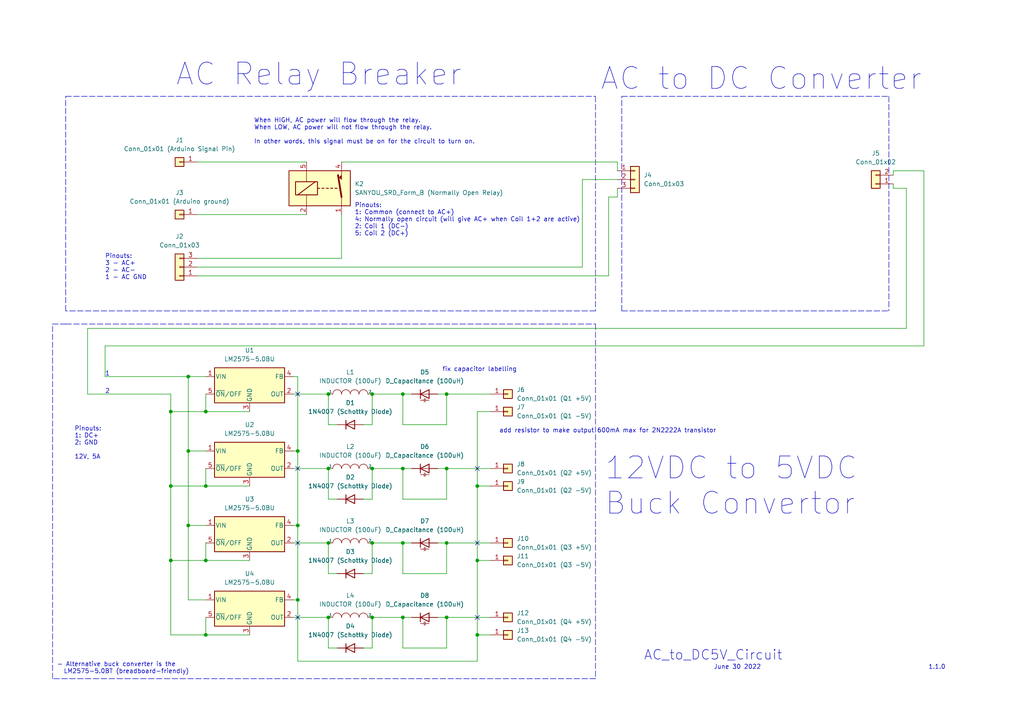
<source format=kicad_sch>
(kicad_sch (version 20211123) (generator eeschema)
  (paper "A4")
  (lib_symbols
    (symbol "Connector_Generic:Conn_01x01" (pin_names (offset 1.016) hide)
      (property "Reference" "J" (at 0 2.54 0))
      (property "Value" "Conn_01x01" (at 0 -2.54 0))
      (symbol "Conn_01x01_1_1"
        (rectangle (start -1.27 0.127) (end 0 -0.127) (stroke (width 0.1524)))
        (rectangle (start -1.27 1.27) (end 1.27 -1.27) (stroke (width 0.254)) (fill (type background)))
        (pin passive line (at -5.08 0 0) (length 3.81) (name "Pin_1") (number "1"))
      )
    )
    (symbol "Connector_Generic:Conn_01x02" (pin_names (offset 1.016) hide)
      (property "Reference" "J" (at 0 2.54 0))
      (property "Value" "Conn_01x02" (at 0 -5.08 0))
      (symbol "Conn_01x02_1_1"
        (rectangle (start -1.27 -2.413) (end 0 -2.667) (stroke (width 0.1524)))
        (rectangle (start -1.27 0.127) (end 0 -0.127) (stroke (width 0.1524)))
        (rectangle (start -1.27 1.27) (end 1.27 -3.81) (stroke (width 0.254)) (fill (type background)))
        (pin passive line (at -5.08 0 0) (length 3.81) (name "Pin_1") (number "1"))
        (pin passive line (at -5.08 -2.54 0) (length 3.81) (name "Pin_2") (number "2"))
      )
    )
    (symbol "Connector_Generic:Conn_01x03" (pin_names (offset 1.016) hide)
      (property "Reference" "J" (at 0 5.08 0))
      (property "Value" "Conn_01x03" (at 0 -5.08 0))
      (symbol "Conn_01x03_1_1"
        (rectangle (start -1.27 -2.413) (end 0 -2.667) (stroke (width 0.1524)))
        (rectangle (start -1.27 0.127) (end 0 -0.127) (stroke (width 0.1524)))
        (rectangle (start -1.27 2.667) (end 0 2.413) (stroke (width 0.1524)))
        (rectangle (start -1.27 3.81) (end 1.27 -3.81) (stroke (width 0.254)) (fill (type background)))
        (pin passive line (at -5.08 2.54 0) (length 3.81) (name "Pin_1") (number "1"))
        (pin passive line (at -5.08 0 0) (length 3.81) (name "Pin_2") (number "2"))
        (pin passive line (at -5.08 -2.54 0) (length 3.81) (name "Pin_3") (number "3"))
      )
    )
    (symbol "Device:D_Capacitance" (pin_numbers hide) (pin_names (offset 1.016) hide)
      (property "Reference" "D" (at 0 2.54 0))
      (property "Value" "D_Capacitance" (at 0 -3.302 0))
      (symbol "D_Capacitance_0_1"
        (polyline (pts (xy -1.27 -1.778) (xy -0.1524 -1.778)))
        (polyline (pts (xy -1.27 0) (xy 1.27 0)))
        (polyline (pts (xy -1.27 1.27) (xy -1.27 -1.27)) (stroke (width 0.254)))
        (polyline (pts (xy -0.1524 -1.27) (xy -0.1524 -2.286)))
        (polyline (pts (xy 0.1524 -1.778) (xy 1.27 -1.778)))
        (polyline (pts (xy 0.1524 -1.27) (xy 0.1524 -2.286)))
        (polyline (pts (xy 1.27 1.27) (xy 1.27 -1.27) (xy -1.27 0) (xy 1.27 1.27)) (stroke (width 0.254)))
      )
      (symbol "D_Capacitance_1_1"
        (pin passive line (at -3.81 0 0) (length 2.54) (name "K") (number "1"))
        (pin passive line (at 3.81 0 180) (length 2.54) (name "A") (number "2"))
      )
    )
    (symbol "Diode:1N4007" (pin_numbers hide) (pin_names (offset 1.016) hide)
      (property "Reference" "D" (at 0 2.54 0))
      (property "Value" "1N4007" (at 0 -2.54 0))
      (symbol "1N4007_0_1"
        (polyline (pts (xy -1.27 1.27) (xy -1.27 -1.27)) (stroke (width 0.254)))
        (polyline (pts (xy 1.27 0) (xy -1.27 0)))
        (polyline (pts (xy 1.27 1.27) (xy 1.27 -1.27) (xy -1.27 0) (xy 1.27 1.27)) (stroke (width 0.254)))
      )
      (symbol "1N4007_1_1"
        (pin passive line (at -3.81 0 0) (length 2.54) (name "K") (number "1"))
        (pin passive line (at 3.81 0 180) (length 2.54) (name "A") (number "2"))
      )
    )
    (symbol "Regulator_Switching:LM2575-5.0BU" (pin_names (offset 0.254))
      (property "Reference" "U" (at -10.16 6.35 0))
      (property "Value" "LM2575-5.0BU" (at 0 6.35 0))
      (symbol "LM2575-5.0BU_0_1"
        (rectangle (start -10.16 5.08) (end 10.16 -5.08) (stroke (width 0.254)) (fill (type background)))
      )
      (symbol "LM2575-5.0BU_1_1"
        (pin power_in line (at -12.7 2.54 0) (length 2.54) (name "VIN") (number "1"))
        (pin output line (at 12.7 -2.54 180) (length 2.54) (name "OUT") (number "2"))
        (pin power_in line (at 0 -7.62 90) (length 2.54) (name "GND") (number "3"))
        (pin input line (at 12.7 2.54 180) (length 2.54) (name "FB") (number "4"))
        (pin input line (at -12.7 -2.54 0) (length 2.54) (name "~{ON}/OFF") (number "5"))
      )
    )
    (symbol "Relay:SANYOU_SRD_Form_B"
      (property "Reference" "K" (at 8.89 3.81 0))
      (property "Value" "SANYOU_SRD_Form_B" (at 8.89 1.27 0))
      (symbol "SANYOU_SRD_Form_B_0_1"
        (rectangle (start -10.16 5.08) (end 7.62 -5.08) (stroke (width 0.254)) (fill (type background)))
        (rectangle (start -8.255 1.905) (end -1.905 -1.905) (stroke (width 0.254)))
        (polyline (pts (xy -7.62 -1.905) (xy -2.54 1.905)) (stroke (width 0.254)))
        (polyline (pts (xy -5.08 -5.08) (xy -5.08 -1.905)))
        (polyline (pts (xy -5.08 5.08) (xy -5.08 1.905)))
        (polyline (pts (xy -1.905 0) (xy -1.27 0)) (stroke (width 0.254)))
        (polyline (pts (xy -0.635 0) (xy 0 0)) (stroke (width 0.254)))
        (polyline (pts (xy 0.635 0) (xy 1.27 0)) (stroke (width 0.254)))
        (polyline (pts (xy 1.905 0) (xy 2.54 0)) (stroke (width 0.254)))
        (polyline (pts (xy 3.175 0) (xy 3.81 0)) (stroke (width 0.254)))
        (polyline (pts (xy 5.08 -2.54) (xy 4.064 3.81)) (stroke (width 0.508)))
        (polyline (pts (xy 5.08 -2.54) (xy 5.08 -5.08)))
        (polyline (pts (xy 5.08 3.81) (xy 4.445 3.175) (xy 5.08 2.54) (xy 5.08 5.08)) (fill (type outline)))
      )
      (symbol "SANYOU_SRD_Form_B_1_1"
        (pin passive line (at 5.08 -7.62 90) (length 2.54) (name "~") (number "1"))
        (pin passive line (at -5.08 -7.62 90) (length 2.54) (name "~") (number "2"))
        (pin passive line (at 5.08 7.62 270) (length 2.54) (name "~") (number "4"))
        (pin passive line (at -5.08 7.62 270) (length 2.54) (name "~") (number "5"))
      )
    )
    (symbol "pspice:INDUCTOR" (pin_numbers hide) (pin_names (offset 0))
      (property "Reference" "L" (at 0 2.54 0))
      (property "Value" "INDUCTOR" (at 0 -1.27 0))
      (symbol "INDUCTOR_0_1"
        (arc (start -2.54 0) (mid -3.81 1.27) (end -5.08 0))
        (arc (start 0 0) (mid -1.27 1.27) (end -2.54 0))
        (arc (start 2.54 0) (mid 1.27 1.27) (end 0 0))
        (arc (start 5.08 0) (mid 3.81 1.27) (end 2.54 0))
      )
      (symbol "INDUCTOR_1_1"
        (pin input line (at -6.35 0 0) (length 1.27) (name "1") (number "1"))
        (pin input line (at 6.35 0 180) (length 1.27) (name "2") (number "2"))
      )
    )
  )
  (junction (at 116.84 179.07))
  (junction (at 86.36 173.99))
  (junction (at 49.53 119.38))
  (junction (at 54.61 130.81))
  (junction (at 129.54 179.07))
  (junction (at 129.54 157.48))
  (junction (at 59.69 119.38))
  (junction (at 86.36 152.4))
  (junction (at 86.36 130.81))
  (junction (at 107.95 114.3))
  (junction (at 129.54 114.3))
  (junction (at 107.95 157.48))
  (junction (at 116.84 157.48))
  (junction (at 59.69 140.97))
  (junction (at 54.61 152.4))
  (junction (at 95.25 179.07))
  (junction (at 49.53 162.56))
  (junction (at 138.43 184.15))
  (junction (at 95.25 114.3))
  (junction (at 54.61 109.22))
  (junction (at 116.84 135.89))
  (junction (at 59.69 162.56))
  (junction (at 107.95 135.89))
  (junction (at 95.25 135.89))
  (junction (at 49.53 140.97))
  (junction (at 59.69 184.15))
  (junction (at 107.95 179.07))
  (junction (at 116.84 114.3))
  (junction (at 138.43 162.56))
  (junction (at 129.54 135.89))
  (junction (at 95.25 157.48))
  (junction (at 138.43 140.97))
  (no_connect (at 138.43 179.07))
  (no_connect (at 138.43 135.89))
  (no_connect (at 138.43 157.48))
  (no_connect (at 86.36 157.48))
  (no_connect (at 86.36 179.07))
  (no_connect (at 86.36 114.3))
  (no_connect (at 86.36 135.89))
  (wire (pts (xy 116.84 123.19) (xy 129.54 123.19)))
  (wire (pts (xy 59.69 119.38) (xy 72.39 119.38)))
  (wire (pts (xy 86.36 109.22) (xy 86.36 130.81)))
  (wire (pts (xy 25.4 95.25) (xy 262.89 95.25)))
  (wire (pts (xy 54.61 152.4) (xy 54.61 173.99)))
  (wire (pts (xy 116.84 114.3) (xy 116.84 123.19)))
  (wire (pts (xy 105.41 123.19) (xy 107.95 123.19)))
  (wire (pts (xy 49.53 114.3) (xy 49.53 119.38)))
  (polyline (pts (xy 172.72 93.98) (xy 172.72 196.85)))
  (wire (pts (xy 129.54 179.07) (xy 142.24 179.07)))
  (wire (pts (xy 95.25 144.78) (xy 97.79 144.78)))
  (wire (pts (xy 30.48 109.22) (xy 54.61 109.22)))
  (polyline (pts (xy 180.34 90.17) (xy 180.34 27.94)))
  (wire (pts (xy 129.54 135.89) (xy 129.54 144.78)))
  (wire (pts (xy 138.43 140.97) (xy 138.43 162.56)))
  (wire (pts (xy 129.54 123.19) (xy 129.54 114.3)))
  (wire (pts (xy 85.09 130.81) (xy 86.36 130.81)))
  (wire (pts (xy 59.69 179.07) (xy 59.69 184.15)))
  (wire (pts (xy 99.06 46.99) (xy 179.07 46.99)))
  (wire (pts (xy 107.95 179.07) (xy 116.84 179.07)))
  (wire (pts (xy 59.69 135.89) (xy 59.69 140.97)))
  (wire (pts (xy 138.43 140.97) (xy 142.24 140.97)))
  (wire (pts (xy 49.53 140.97) (xy 59.69 140.97)))
  (wire (pts (xy 49.53 162.56) (xy 59.69 162.56)))
  (polyline (pts (xy 19.05 93.98) (xy 172.72 93.98)))
  (wire (pts (xy 259.08 49.53) (xy 267.97 49.53)))
  (wire (pts (xy 95.25 123.19) (xy 95.25 114.3)))
  (wire (pts (xy 267.97 49.53) (xy 267.97 100.33)))
  (wire (pts (xy 105.41 144.78) (xy 107.95 144.78)))
  (polyline (pts (xy 15.24 93.98) (xy 17.78 93.98)))
  (wire (pts (xy 129.54 179.07) (xy 129.54 187.96)))
  (wire (pts (xy 85.09 135.89) (xy 95.25 135.89)))
  (polyline (pts (xy 19.05 90.17) (xy 19.05 27.94)))
  (wire (pts (xy 85.09 173.99) (xy 86.36 173.99)))
  (wire (pts (xy 95.25 166.37) (xy 97.79 166.37)))
  (polyline (pts (xy 180.34 90.17) (xy 257.81 90.17)))
  (wire (pts (xy 107.95 157.48) (xy 116.84 157.48)))
  (polyline (pts (xy 15.24 196.85) (xy 15.24 93.98)))
  (wire (pts (xy 116.84 114.3) (xy 119.38 114.3)))
  (wire (pts (xy 179.07 54.61) (xy 179.07 57.15)))
  (wire (pts (xy 99.06 74.93) (xy 99.06 62.23)))
  (wire (pts (xy 54.61 109.22) (xy 59.69 109.22)))
  (wire (pts (xy 59.69 162.56) (xy 72.39 162.56)))
  (wire (pts (xy 168.91 77.47) (xy 168.91 52.07)))
  (wire (pts (xy 85.09 179.07) (xy 95.25 179.07)))
  (wire (pts (xy 116.84 179.07) (xy 119.38 179.07)))
  (wire (pts (xy 262.89 54.61) (xy 262.89 95.25)))
  (polyline (pts (xy 172.72 196.85) (xy 15.24 196.85)))
  (wire (pts (xy 129.54 144.78) (xy 116.84 144.78)))
  (wire (pts (xy 116.84 187.96) (xy 116.84 179.07)))
  (wire (pts (xy 25.4 95.25) (xy 25.4 114.3)))
  (wire (pts (xy 129.54 157.48) (xy 129.54 166.37)))
  (wire (pts (xy 85.09 152.4) (xy 86.36 152.4)))
  (wire (pts (xy 168.91 52.07) (xy 179.07 52.07)))
  (wire (pts (xy 179.07 46.99) (xy 179.07 49.53)))
  (wire (pts (xy 95.25 187.96) (xy 95.25 179.07)))
  (wire (pts (xy 129.54 114.3) (xy 142.24 114.3)))
  (wire (pts (xy 49.53 119.38) (xy 59.69 119.38)))
  (wire (pts (xy 49.53 184.15) (xy 59.69 184.15)))
  (wire (pts (xy 107.95 114.3) (xy 116.84 114.3)))
  (wire (pts (xy 54.61 173.99) (xy 59.69 173.99)))
  (wire (pts (xy 127 114.3) (xy 129.54 114.3)))
  (wire (pts (xy 54.61 130.81) (xy 59.69 130.81)))
  (wire (pts (xy 107.95 187.96) (xy 107.95 179.07)))
  (wire (pts (xy 57.15 80.01) (xy 176.53 80.01)))
  (wire (pts (xy 116.84 135.89) (xy 119.38 135.89)))
  (wire (pts (xy 54.61 109.22) (xy 54.61 130.81)))
  (wire (pts (xy 142.24 119.38) (xy 138.43 119.38)))
  (wire (pts (xy 57.15 46.99) (xy 88.9 46.99)))
  (wire (pts (xy 49.53 119.38) (xy 49.53 140.97)))
  (wire (pts (xy 107.95 135.89) (xy 116.84 135.89)))
  (polyline (pts (xy 180.34 27.94) (xy 257.81 27.94)))
  (polyline (pts (xy 17.78 93.98) (xy 19.05 93.98)))
  (wire (pts (xy 59.69 184.15) (xy 72.39 184.15)))
  (wire (pts (xy 97.79 187.96) (xy 95.25 187.96)))
  (wire (pts (xy 116.84 144.78) (xy 116.84 135.89)))
  (wire (pts (xy 127 179.07) (xy 129.54 179.07)))
  (wire (pts (xy 138.43 119.38) (xy 138.43 140.97)))
  (wire (pts (xy 54.61 130.81) (xy 54.61 152.4)))
  (wire (pts (xy 138.43 162.56) (xy 138.43 184.15)))
  (wire (pts (xy 97.79 123.19) (xy 95.25 123.19)))
  (wire (pts (xy 49.53 140.97) (xy 49.53 162.56)))
  (wire (pts (xy 176.53 57.15) (xy 176.53 80.01)))
  (wire (pts (xy 105.41 166.37) (xy 107.95 166.37)))
  (wire (pts (xy 30.48 100.33) (xy 30.48 109.22)))
  (wire (pts (xy 95.25 157.48) (xy 95.25 166.37)))
  (wire (pts (xy 59.69 157.48) (xy 59.69 162.56)))
  (wire (pts (xy 259.08 49.53) (xy 259.08 50.8)))
  (polyline (pts (xy 19.05 27.94) (xy 172.72 27.94)))
  (wire (pts (xy 127 135.89) (xy 129.54 135.89)))
  (wire (pts (xy 95.25 135.89) (xy 95.25 144.78)))
  (wire (pts (xy 129.54 157.48) (xy 142.24 157.48)))
  (wire (pts (xy 116.84 166.37) (xy 116.84 157.48)))
  (wire (pts (xy 57.15 77.47) (xy 168.91 77.47)))
  (wire (pts (xy 105.41 187.96) (xy 107.95 187.96)))
  (wire (pts (xy 49.53 162.56) (xy 49.53 184.15)))
  (wire (pts (xy 129.54 187.96) (xy 116.84 187.96)))
  (wire (pts (xy 138.43 184.15) (xy 138.43 191.77)))
  (wire (pts (xy 129.54 135.89) (xy 142.24 135.89)))
  (wire (pts (xy 57.15 74.93) (xy 99.06 74.93)))
  (wire (pts (xy 30.48 100.33) (xy 267.97 100.33)))
  (wire (pts (xy 54.61 152.4) (xy 59.69 152.4)))
  (wire (pts (xy 259.08 54.61) (xy 262.89 54.61)))
  (wire (pts (xy 176.53 57.15) (xy 179.07 57.15)))
  (wire (pts (xy 86.36 152.4) (xy 86.36 173.99)))
  (wire (pts (xy 259.08 53.34) (xy 259.08 54.61)))
  (polyline (pts (xy 172.72 27.94) (xy 172.72 90.17)))
  (polyline (pts (xy 257.81 27.94) (xy 257.81 90.17)))
  (wire (pts (xy 116.84 157.48) (xy 119.38 157.48)))
  (wire (pts (xy 85.09 114.3) (xy 95.25 114.3)))
  (wire (pts (xy 107.95 135.89) (xy 107.95 144.78)))
  (polyline (pts (xy 172.72 90.17) (xy 19.05 90.17)))
  (wire (pts (xy 86.36 173.99) (xy 86.36 191.77)))
  (wire (pts (xy 59.69 140.97) (xy 72.39 140.97)))
  (wire (pts (xy 59.69 114.3) (xy 59.69 119.38)))
  (wire (pts (xy 57.15 62.23) (xy 88.9 62.23)))
  (wire (pts (xy 85.09 109.22) (xy 86.36 109.22)))
  (wire (pts (xy 127 157.48) (xy 129.54 157.48)))
  (wire (pts (xy 138.43 184.15) (xy 142.24 184.15)))
  (wire (pts (xy 107.95 123.19) (xy 107.95 114.3)))
  (wire (pts (xy 86.36 191.77) (xy 138.43 191.77)))
  (wire (pts (xy 25.4 114.3) (xy 49.53 114.3)))
  (wire (pts (xy 129.54 166.37) (xy 116.84 166.37)))
  (wire (pts (xy 138.43 162.56) (xy 142.24 162.56)))
  (wire (pts (xy 86.36 130.81) (xy 86.36 152.4)))
  (wire (pts (xy 107.95 166.37) (xy 107.95 157.48)))
  (wire (pts (xy 85.09 157.48) (xy 95.25 157.48)))
  (text "add resistor to make output 600mA max for 2N2222A transistor" (at 144.78 125.73 0) (effects (font (size 1.27 1.27)) (justify left bottom)))
  (text "June 30 2022" (at 207.01 194.31 0) (effects (font (size 1.27 1.27)) (justify left bottom)))
  (text "AC_to_DC5V_Circuit" (at 186.69 191.77 0) (effects (font (size 2.8 2.8)) (justify left bottom)))
  (text "When HIGH, AC power will flow through the relay.\nWhen LOW, AC power will not flow through the relay.\n\nIn other words, this signal must be on for the circuit to turn on." (at 73.66 41.91 0) (effects (font (size 1.27 1.27)) (justify left bottom)))
  (text "1.1.0" (at 269.24 194.31 0) (effects (font (size 1.27 1.27)) (justify left bottom)))
  (text "Pinouts:\n1: Common (connect to AC+)\n4: Normally open circuit (will give AC+ when Coil 1+2 are active)\n2: Coil 1 (DC-)\n5: Coil 2 (DC+)\n" (at 102.87 68.58 0) (effects (font (size 1.27 1.27)) (justify left bottom)))
  (text "2" (at 30.48 114.3 0) (effects (font (size 1.27 1.27)) (justify left bottom)))
  (text "fix capacitor labelling" (at 128.27 107.95 0) (effects (font (size 1.27 1.27)) (justify left bottom)))
  (text "Pinouts:\n1: DC+\n2: GND\n\n12V, 5A" (at 21.59 133.35 0) (effects (font (size 1.27 1.27)) (justify left bottom)))
  (text "12VDC to 5VDC\nBuck Convertor" (at 175.26 149.86 0) (effects (font (size 6.35 6.35)) (justify left bottom)))
  (text "AC to DC Converter" (at 173.99 26.67 0) (effects (font (size 6.35 6.35)) (justify left bottom)))
  (text "1" (at 30.48 109.22 0) (effects (font (size 1.27 1.27)) (justify left bottom)))
  (text "AC Relay Breaker" (at 50.8 25.4 0) (effects (font (size 6.35 6.35)) (justify left bottom)))
  (text "- Alternative buck converter is the \n  LM2575-5.0BT (breadboard-friendly)" (at 16.51 195.58 0) (effects (font (size 1.27 1.27)) (justify left bottom)))
  (text "Pinouts:\n3 - AC+\n2 - AC-\n1 - AC GND" (at 30.48 81.28 0) (effects (font (size 1.27 1.27)) (justify left bottom)))
  (symbol (lib_id "Connector_Generic:Conn_01x01") (at 52.07 62.23 180) (unit 1)
    (property "Reference" "J3" (at 52.07 55.88 0))
    (property "Value" "Conn_01x01 (Arduino ground)" (at 52.07 58.42 0))
    (property "Footprint" "Connector_Wire:SolderWirePad_1x01_SMD_1x2mm" (effects hide))
  )
  (symbol (lib_id "Connector_Generic:Conn_01x01") (at 52.07 46.99 180) (unit 1)
    (property "Reference" "J1" (at 52.07 40.64 0))
    (property "Value" "Conn_01x01 (Arduino Signal Pin)" (at 52.07 43.18 0))
    (property "Footprint" "Connector_Wire:SolderWirePad_1x01_SMD_1x2mm" (effects hide))
  )
  (symbol (lib_id "Connector_Generic:Conn_01x01") (at 147.32 135.89 0) (unit 1)
    (property "Reference" "J8" (at 149.86 134.6199 0) (effects (justify left)))
    (property "Value" "Conn_01x01 (Q2 +5V)" (at 149.86 137.1599 0) (effects (justify left)))
    (property "Footprint" "Connector_Wire:SolderWirePad_1x01_SMD_1x2mm" (effects hide))
  )
  (symbol (lib_id "pspice:INDUCTOR") (at 101.6 179.07 0) (unit 1)
    (property "Reference" "L4" (at 101.6 172.72 0))
    (property "Value" "INDUCTOR (100uF)" (at 101.6 175.26 0))
    (property "Footprint" "Inductor_SMD:L_6.3x6.3_H3" (effects hide))
  )
  (symbol (lib_id "Device:D_Capacitance") (at 123.19 114.3 0) (unit 1)
    (property "Reference" "D5" (at 123.19 107.95 0))
    (property "Value" "D_Capacitance (100uH)" (at 123.19 110.49 0))
    (property "Footprint" "Capacitor_SMD:CP_Elec_3x5.3" (effects hide))
  )
  (symbol (lib_id "Connector_Generic:Conn_01x01") (at 147.32 184.15 0) (unit 1)
    (property "Reference" "J13" (at 149.86 182.8799 0) (effects (justify left)))
    (property "Value" "Conn_01x01 (Q4 -5V)" (at 149.86 185.4199 0) (effects (justify left)))
    (property "Footprint" "Connector_Wire:SolderWirePad_1x01_SMD_1x2mm" (effects hide))
  )
  (symbol (lib_id "Diode:1N4007") (at 101.6 187.96 0) (unit 1)
    (property "Reference" "D4" (at 101.6 181.61 0))
    (property "Value" "1N4007 (Schottky Diode)" (at 101.6 184.15 0))
    (property "Footprint" "Diode_THT:D_DO-41_SOD81_P10.16mm_Horizontal" (effects hide))
    (property "Datasheet" "http://www.vishay.com/docs/88503/1n4001.pdf" (effects hide))
  )
  (symbol (lib_id "Connector_Generic:Conn_01x02") (at 254 53.34 180) (unit 1)
    (property "Reference" "J5" (at 254 44.45 0))
    (property "Value" "Conn_01x02" (at 254 46.99 0))
    (property "Footprint" "TerminalBlock_Phoenix:TerminalBlock_Phoenix_MKDS-1,5-2_1x02_P5.00mm_Horizontal" (effects hide))
  )
  (symbol (lib_id "Connector_Generic:Conn_01x01") (at 147.32 119.38 0) (unit 1)
    (property "Reference" "J7" (at 149.86 118.1099 0) (effects (justify left)))
    (property "Value" "Conn_01x01 (Q1 -5V)" (at 149.86 120.6499 0) (effects (justify left)))
    (property "Footprint" "Connector_Wire:SolderWirePad_1x01_SMD_1x2mm" (effects hide))
  )
  (symbol (lib_id "Relay:SANYOU_SRD_Form_B") (at 93.98 54.61 0) (unit 1)
    (property "Reference" "K2" (at 102.87 53.3399 0) (effects (justify left)))
    (property "Value" "SANYOU_SRD_Form_B (Normally Open Relay)" (at 102.87 55.8799 0) (effects (justify left)))
    (property "Footprint" "Relay_THT:Relay_SPST_SANYOU_SRD_Series_Form_B" (effects hide))
    (property "Datasheet" "http://www.sanyourelay.ca/public/products/pdf/SRD.pdf" (effects hide))
  )
  (symbol (lib_id "Diode:1N4007") (at 101.6 166.37 0) (unit 1)
    (property "Reference" "D3" (at 101.6 160.02 0))
    (property "Value" "1N4007 (Schottky Diode)" (at 101.6 162.56 0))
    (property "Footprint" "Diode_THT:D_DO-41_SOD81_P10.16mm_Horizontal" (effects hide))
    (property "Datasheet" "http://www.vishay.com/docs/88503/1n4001.pdf" (effects hide))
  )
  (symbol (lib_id "Connector_Generic:Conn_01x01") (at 147.32 114.3 0) (unit 1)
    (property "Reference" "J6" (at 149.86 113.0299 0) (effects (justify left)))
    (property "Value" "Conn_01x01 (Q1 +5V)" (at 149.86 115.5699 0) (effects (justify left)))
    (property "Footprint" "Connector_Wire:SolderWirePad_1x01_SMD_1x2mm" (effects hide))
  )
  (symbol (lib_id "pspice:INDUCTOR") (at 101.6 157.48 0) (unit 1)
    (property "Reference" "L3" (at 101.6 151.13 0))
    (property "Value" "INDUCTOR (100uF)" (at 101.6 153.67 0))
    (property "Footprint" "Inductor_SMD:L_6.3x6.3_H3" (effects hide))
  )
  (symbol (lib_id "Connector_Generic:Conn_01x01") (at 147.32 140.97 0) (unit 1)
    (property "Reference" "J9" (at 149.86 139.6999 0) (effects (justify left)))
    (property "Value" "Conn_01x01 (Q2 -5V)" (at 149.86 142.2399 0) (effects (justify left)))
    (property "Footprint" "Connector_Wire:SolderWirePad_1x01_SMD_1x2mm" (effects hide))
  )
  (symbol (lib_id "Regulator_Switching:LM2575-5.0BU") (at 72.39 176.53 0) (unit 1)
    (property "Reference" "U4" (at 72.39 166.37 0))
    (property "Value" "LM2575-5.0BU" (at 72.39 168.91 0))
    (property "Footprint" "Package_TO_SOT_SMD:TO-263-5_TabPin3" (effects hide))
    (property "Datasheet" "http://ww1.microchip.com/downloads/en/DeviceDoc/lm2575.pdf" (effects hide))
  )
  (symbol (lib_id "Connector_Generic:Conn_01x03") (at 184.15 52.07 0) (unit 1)
    (property "Reference" "J4" (at 186.69 50.7999 0) (effects (justify left)))
    (property "Value" "Conn_01x03" (at 186.69 53.3399 0) (effects (justify left)))
    (property "Footprint" "TerminalBlock_Phoenix:TerminalBlock_Phoenix_MKDS-1,5-3_1x03_P5.00mm_Horizontal" (effects hide))
  )
  (symbol (lib_id "Device:D_Capacitance") (at 123.19 135.89 0) (unit 1)
    (property "Reference" "D6" (at 123.19 129.54 0))
    (property "Value" "D_Capacitance (100uH)" (at 123.19 132.08 0))
    (property "Footprint" "Capacitor_SMD:CP_Elec_3x5.3" (effects hide))
  )
  (symbol (lib_id "Regulator_Switching:LM2575-5.0BU") (at 72.39 133.35 0) (unit 1)
    (property "Reference" "U2" (at 72.39 123.19 0))
    (property "Value" "LM2575-5.0BU" (at 72.39 125.73 0))
    (property "Footprint" "Package_TO_SOT_SMD:TO-263-5_TabPin3" (effects hide))
    (property "Datasheet" "http://ww1.microchip.com/downloads/en/DeviceDoc/lm2575.pdf" (effects hide))
  )
  (symbol (lib_id "Connector_Generic:Conn_01x03") (at 52.07 77.47 180) (unit 1)
    (property "Reference" "J2" (at 52.07 68.58 0))
    (property "Value" "Conn_01x03" (at 52.07 71.12 0))
    (property "Footprint" "TerminalBlock_Phoenix:TerminalBlock_Phoenix_MKDS-1,5-3_1x03_P5.00mm_Horizontal" (effects hide))
  )
  (symbol (lib_id "Connector_Generic:Conn_01x01") (at 147.32 157.48 0) (unit 1)
    (property "Reference" "J10" (at 149.86 156.2099 0) (effects (justify left)))
    (property "Value" "Conn_01x01 (Q3 +5V)" (at 149.86 158.7499 0) (effects (justify left)))
    (property "Footprint" "Connector_Wire:SolderWirePad_1x01_SMD_1x2mm" (effects hide))
  )
  (symbol (lib_id "pspice:INDUCTOR") (at 101.6 135.89 0) (unit 1)
    (property "Reference" "L2" (at 101.6 129.54 0))
    (property "Value" "INDUCTOR (100uF)" (at 101.6 132.08 0))
    (property "Footprint" "Inductor_SMD:L_6.3x6.3_H3" (effects hide))
  )
  (symbol (lib_id "pspice:INDUCTOR") (at 101.6 114.3 0) (unit 1)
    (property "Reference" "L1" (at 101.6 107.95 0))
    (property "Value" "INDUCTOR (100uF)" (at 101.6 110.49 0))
    (property "Footprint" "Inductor_SMD:L_6.3x6.3_H3" (effects hide))
  )
  (symbol (lib_id "Regulator_Switching:LM2575-5.0BU") (at 72.39 154.94 0) (unit 1)
    (property "Reference" "U3" (at 72.39 144.78 0))
    (property "Value" "LM2575-5.0BU" (at 72.39 147.32 0))
    (property "Footprint" "Package_TO_SOT_SMD:TO-263-5_TabPin3" (effects hide))
    (property "Datasheet" "http://ww1.microchip.com/downloads/en/DeviceDoc/lm2575.pdf" (effects hide))
  )
  (symbol (lib_id "Diode:1N4007") (at 101.6 123.19 0) (unit 1)
    (property "Reference" "D1" (at 101.6 116.84 0))
    (property "Value" "1N4007 (Schottky Diode)" (at 101.6 119.38 0))
    (property "Footprint" "Diode_THT:D_DO-41_SOD81_P10.16mm_Horizontal" (effects hide))
    (property "Datasheet" "http://www.vishay.com/docs/88503/1n4001.pdf" (effects hide))
  )
  (symbol (lib_id "Device:D_Capacitance") (at 123.19 179.07 0) (unit 1)
    (property "Reference" "D8" (at 123.19 172.72 0))
    (property "Value" "D_Capacitance (100uH)" (at 123.19 175.26 0))
    (property "Footprint" "Capacitor_SMD:CP_Elec_3x5.3" (effects hide))
  )
  (symbol (lib_id "Diode:1N4007") (at 101.6 144.78 0) (unit 1)
    (property "Reference" "D2" (at 101.6 138.43 0))
    (property "Value" "1N4007 (Schottky Diode)" (at 101.6 140.97 0))
    (property "Footprint" "Diode_THT:D_DO-41_SOD81_P10.16mm_Horizontal" (effects hide))
    (property "Datasheet" "http://www.vishay.com/docs/88503/1n4001.pdf" (effects hide))
  )
  (symbol (lib_id "Connector_Generic:Conn_01x01") (at 147.32 162.56 0) (unit 1)
    (property "Reference" "J11" (at 149.86 161.2899 0) (effects (justify left)))
    (property "Value" "Conn_01x01 (Q3 -5V)" (at 149.86 163.8299 0) (effects (justify left)))
    (property "Footprint" "Connector_Wire:SolderWirePad_1x01_SMD_1x2mm" (effects hide))
  )
  (symbol (lib_id "Regulator_Switching:LM2575-5.0BU") (at 72.39 111.76 0) (unit 1)
    (property "Reference" "U1" (at 72.39 101.6 0))
    (property "Value" "LM2575-5.0BU" (at 72.39 104.14 0))
    (property "Footprint" "Package_TO_SOT_SMD:TO-263-5_TabPin3" (effects hide))
    (property "Datasheet" "http://ww1.microchip.com/downloads/en/DeviceDoc/lm2575.pdf" (effects hide))
  )
  (symbol (lib_id "Connector_Generic:Conn_01x01") (at 147.32 179.07 0) (unit 1)
    (property "Reference" "J12" (at 149.86 177.7999 0) (effects (justify left)))
    (property "Value" "Conn_01x01 (Q4 +5V)" (at 149.86 180.3399 0) (effects (justify left)))
    (property "Footprint" "Connector_Wire:SolderWirePad_1x01_SMD_1x2mm" (effects hide))
  )
  (symbol (lib_id "Device:D_Capacitance") (at 123.19 157.48 0) (unit 1)
    (property "Reference" "D7" (at 123.19 151.13 0))
    (property "Value" "D_Capacitance (100uH)" (at 123.19 153.67 0))
    (property "Footprint" "Capacitor_SMD:CP_Elec_3x5.3" (effects hide))
  )
)
</source>
